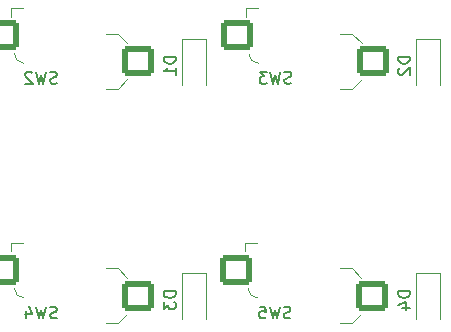
<source format=gbo>
G04 #@! TF.GenerationSoftware,KiCad,Pcbnew,(6.0.5)*
G04 #@! TF.CreationDate,2022-09-29T17:00:32+08:00*
G04 #@! TF.ProjectId,4k-keypad-arduino-nano,346b2d6b-6579-4706-9164-2d6172647569,rev?*
G04 #@! TF.SameCoordinates,Original*
G04 #@! TF.FileFunction,Legend,Bot*
G04 #@! TF.FilePolarity,Positive*
%FSLAX46Y46*%
G04 Gerber Fmt 4.6, Leading zero omitted, Abs format (unit mm)*
G04 Created by KiCad (PCBNEW (6.0.5)) date 2022-09-29 17:00:32*
%MOMM*%
%LPD*%
G01*
G04 APERTURE LIST*
G04 Aperture macros list*
%AMRoundRect*
0 Rectangle with rounded corners*
0 $1 Rounding radius*
0 $2 $3 $4 $5 $6 $7 $8 $9 X,Y pos of 4 corners*
0 Add a 4 corners polygon primitive as box body*
4,1,4,$2,$3,$4,$5,$6,$7,$8,$9,$2,$3,0*
0 Add four circle primitives for the rounded corners*
1,1,$1+$1,$2,$3*
1,1,$1+$1,$4,$5*
1,1,$1+$1,$6,$7*
1,1,$1+$1,$8,$9*
0 Add four rect primitives between the rounded corners*
20,1,$1+$1,$2,$3,$4,$5,0*
20,1,$1+$1,$4,$5,$6,$7,0*
20,1,$1+$1,$6,$7,$8,$9,0*
20,1,$1+$1,$8,$9,$2,$3,0*%
G04 Aperture macros list end*
%ADD10C,0.150000*%
%ADD11C,0.120000*%
%ADD12R,1.600000X1.600000*%
%ADD13O,1.600000X1.600000*%
%ADD14C,1.200000*%
%ADD15C,1.700000*%
%ADD16C,3.400000*%
%ADD17RoundRect,0.260000X1.065000X1.040000X-1.065000X1.040000X-1.065000X-1.040000X1.065000X-1.040000X0*%
%ADD18C,3.300000*%
%ADD19R,1.200000X0.900000*%
G04 APERTURE END LIST*
D10*
X125714583Y-106229761D02*
X125571726Y-106277380D01*
X125333630Y-106277380D01*
X125238392Y-106229761D01*
X125190773Y-106182142D01*
X125143154Y-106086904D01*
X125143154Y-105991666D01*
X125190773Y-105896428D01*
X125238392Y-105848809D01*
X125333630Y-105801190D01*
X125524107Y-105753571D01*
X125619345Y-105705952D01*
X125666964Y-105658333D01*
X125714583Y-105563095D01*
X125714583Y-105467857D01*
X125666964Y-105372619D01*
X125619345Y-105325000D01*
X125524107Y-105277380D01*
X125286011Y-105277380D01*
X125143154Y-105325000D01*
X124809821Y-105277380D02*
X124571726Y-106277380D01*
X124381250Y-105563095D01*
X124190773Y-106277380D01*
X123952678Y-105277380D01*
X123143154Y-105610714D02*
X123143154Y-106277380D01*
X123381250Y-105229761D02*
X123619345Y-105944047D01*
X123000297Y-105944047D01*
X145502083Y-106229761D02*
X145359226Y-106277380D01*
X145121130Y-106277380D01*
X145025892Y-106229761D01*
X144978273Y-106182142D01*
X144930654Y-106086904D01*
X144930654Y-105991666D01*
X144978273Y-105896428D01*
X145025892Y-105848809D01*
X145121130Y-105801190D01*
X145311607Y-105753571D01*
X145406845Y-105705952D01*
X145454464Y-105658333D01*
X145502083Y-105563095D01*
X145502083Y-105467857D01*
X145454464Y-105372619D01*
X145406845Y-105325000D01*
X145311607Y-105277380D01*
X145073511Y-105277380D01*
X144930654Y-105325000D01*
X144597321Y-105277380D02*
X144359226Y-106277380D01*
X144168750Y-105563095D01*
X143978273Y-106277380D01*
X143740178Y-105277380D01*
X142883035Y-105277380D02*
X143359226Y-105277380D01*
X143406845Y-105753571D01*
X143359226Y-105705952D01*
X143263988Y-105658333D01*
X143025892Y-105658333D01*
X142930654Y-105705952D01*
X142883035Y-105753571D01*
X142835416Y-105848809D01*
X142835416Y-106086904D01*
X142883035Y-106182142D01*
X142930654Y-106229761D01*
X143025892Y-106277380D01*
X143263988Y-106277380D01*
X143359226Y-106229761D01*
X143406845Y-106182142D01*
X145558333Y-86354761D02*
X145415476Y-86402380D01*
X145177380Y-86402380D01*
X145082142Y-86354761D01*
X145034523Y-86307142D01*
X144986904Y-86211904D01*
X144986904Y-86116666D01*
X145034523Y-86021428D01*
X145082142Y-85973809D01*
X145177380Y-85926190D01*
X145367857Y-85878571D01*
X145463095Y-85830952D01*
X145510714Y-85783333D01*
X145558333Y-85688095D01*
X145558333Y-85592857D01*
X145510714Y-85497619D01*
X145463095Y-85450000D01*
X145367857Y-85402380D01*
X145129761Y-85402380D01*
X144986904Y-85450000D01*
X144653571Y-85402380D02*
X144415476Y-86402380D01*
X144225000Y-85688095D01*
X144034523Y-86402380D01*
X143796428Y-85402380D01*
X143510714Y-85402380D02*
X142891666Y-85402380D01*
X143225000Y-85783333D01*
X143082142Y-85783333D01*
X142986904Y-85830952D01*
X142939285Y-85878571D01*
X142891666Y-85973809D01*
X142891666Y-86211904D01*
X142939285Y-86307142D01*
X142986904Y-86354761D01*
X143082142Y-86402380D01*
X143367857Y-86402380D01*
X143463095Y-86354761D01*
X143510714Y-86307142D01*
X125714583Y-86354761D02*
X125571726Y-86402380D01*
X125333630Y-86402380D01*
X125238392Y-86354761D01*
X125190773Y-86307142D01*
X125143154Y-86211904D01*
X125143154Y-86116666D01*
X125190773Y-86021428D01*
X125238392Y-85973809D01*
X125333630Y-85926190D01*
X125524107Y-85878571D01*
X125619345Y-85830952D01*
X125666964Y-85783333D01*
X125714583Y-85688095D01*
X125714583Y-85592857D01*
X125666964Y-85497619D01*
X125619345Y-85450000D01*
X125524107Y-85402380D01*
X125286011Y-85402380D01*
X125143154Y-85450000D01*
X124809821Y-85402380D02*
X124571726Y-86402380D01*
X124381250Y-85688095D01*
X124190773Y-86402380D01*
X123952678Y-85402380D01*
X123619345Y-85497619D02*
X123571726Y-85450000D01*
X123476488Y-85402380D01*
X123238392Y-85402380D01*
X123143154Y-85450000D01*
X123095535Y-85497619D01*
X123047916Y-85592857D01*
X123047916Y-85688095D01*
X123095535Y-85830952D01*
X123666964Y-86402380D01*
X123047916Y-86402380D01*
X155614880Y-103974404D02*
X154614880Y-103974404D01*
X154614880Y-104212500D01*
X154662500Y-104355357D01*
X154757738Y-104450595D01*
X154852976Y-104498214D01*
X155043452Y-104545833D01*
X155186309Y-104545833D01*
X155376785Y-104498214D01*
X155472023Y-104450595D01*
X155567261Y-104355357D01*
X155614880Y-104212500D01*
X155614880Y-103974404D01*
X154948214Y-105402976D02*
X155614880Y-105402976D01*
X154567261Y-105164880D02*
X155281547Y-104926785D01*
X155281547Y-105545833D01*
X135771130Y-103974404D02*
X134771130Y-103974404D01*
X134771130Y-104212500D01*
X134818750Y-104355357D01*
X134913988Y-104450595D01*
X135009226Y-104498214D01*
X135199702Y-104545833D01*
X135342559Y-104545833D01*
X135533035Y-104498214D01*
X135628273Y-104450595D01*
X135723511Y-104355357D01*
X135771130Y-104212500D01*
X135771130Y-103974404D01*
X134771130Y-104879166D02*
X134771130Y-105498214D01*
X135152083Y-105164880D01*
X135152083Y-105307738D01*
X135199702Y-105402976D01*
X135247321Y-105450595D01*
X135342559Y-105498214D01*
X135580654Y-105498214D01*
X135675892Y-105450595D01*
X135723511Y-105402976D01*
X135771130Y-105307738D01*
X135771130Y-105022023D01*
X135723511Y-104926785D01*
X135675892Y-104879166D01*
X155614880Y-84130654D02*
X154614880Y-84130654D01*
X154614880Y-84368750D01*
X154662500Y-84511607D01*
X154757738Y-84606845D01*
X154852976Y-84654464D01*
X155043452Y-84702083D01*
X155186309Y-84702083D01*
X155376785Y-84654464D01*
X155472023Y-84606845D01*
X155567261Y-84511607D01*
X155614880Y-84368750D01*
X155614880Y-84130654D01*
X154710119Y-85083035D02*
X154662500Y-85130654D01*
X154614880Y-85225892D01*
X154614880Y-85463988D01*
X154662500Y-85559226D01*
X154710119Y-85606845D01*
X154805357Y-85654464D01*
X154900595Y-85654464D01*
X155043452Y-85606845D01*
X155614880Y-85035416D01*
X155614880Y-85654464D01*
X135771130Y-84130654D02*
X134771130Y-84130654D01*
X134771130Y-84368750D01*
X134818750Y-84511607D01*
X134913988Y-84606845D01*
X135009226Y-84654464D01*
X135199702Y-84702083D01*
X135342559Y-84702083D01*
X135533035Y-84654464D01*
X135628273Y-84606845D01*
X135723511Y-84511607D01*
X135771130Y-84368750D01*
X135771130Y-84130654D01*
X135771130Y-85654464D02*
X135771130Y-85083035D01*
X135771130Y-85368750D02*
X134771130Y-85368750D01*
X134913988Y-85273511D01*
X135009226Y-85178273D01*
X135056845Y-85083035D01*
D11*
X131681250Y-105900000D02*
X130881250Y-106700000D01*
X121877250Y-99900000D02*
X122877250Y-99900000D01*
X121877250Y-99900000D02*
X121877250Y-100600000D01*
X130881250Y-102050000D02*
X129881250Y-102050000D01*
X130881250Y-102050000D02*
X131681250Y-102850000D01*
X130881250Y-106700000D02*
X129881250Y-106700000D01*
X122131250Y-103750000D02*
G75*
G03*
X122931250Y-104550000I800000J0D01*
G01*
X141918750Y-103750000D02*
G75*
G03*
X142718750Y-104550000I800000J0D01*
G01*
X150668750Y-106700000D02*
X149668750Y-106700000D01*
X150668750Y-102050000D02*
X151468750Y-102850000D01*
X150668750Y-102050000D02*
X149668750Y-102050000D01*
X141664750Y-99900000D02*
X141664750Y-100600000D01*
X141664750Y-99900000D02*
X142664750Y-99900000D01*
X151468750Y-105900000D02*
X150668750Y-106700000D01*
X151525000Y-86025000D02*
X150725000Y-86825000D01*
X141721000Y-80025000D02*
X142721000Y-80025000D01*
X141721000Y-80025000D02*
X141721000Y-80725000D01*
X150725000Y-82175000D02*
X149725000Y-82175000D01*
X150725000Y-82175000D02*
X151525000Y-82975000D01*
X150725000Y-86825000D02*
X149725000Y-86825000D01*
X141975000Y-83875000D02*
G75*
G03*
X142775000Y-84675000I800000J0D01*
G01*
X131681250Y-86025000D02*
X130881250Y-86825000D01*
X121877250Y-80025000D02*
X122877250Y-80025000D01*
X121877250Y-80025000D02*
X121877250Y-80725000D01*
X130881250Y-82175000D02*
X129881250Y-82175000D01*
X130881250Y-82175000D02*
X131681250Y-82975000D01*
X130881250Y-86825000D02*
X129881250Y-86825000D01*
X122131250Y-83875000D02*
G75*
G03*
X122931250Y-84675000I800000J0D01*
G01*
X156162500Y-102462500D02*
X156162500Y-106362500D01*
X156162500Y-102462500D02*
X158162500Y-102462500D01*
X158162500Y-102462500D02*
X158162500Y-106362500D01*
X136318750Y-102462500D02*
X136318750Y-106362500D01*
X136318750Y-102462500D02*
X138318750Y-102462500D01*
X138318750Y-102462500D02*
X138318750Y-106362500D01*
X156162500Y-82618750D02*
X156162500Y-86518750D01*
X156162500Y-82618750D02*
X158162500Y-82618750D01*
X158162500Y-82618750D02*
X158162500Y-86518750D01*
X136318750Y-82618750D02*
X136318750Y-86518750D01*
X136318750Y-82618750D02*
X138318750Y-82618750D01*
X138318750Y-82618750D02*
X138318750Y-86518750D01*
%LPC*%
D12*
X101133750Y-75569949D03*
D13*
X101133750Y-78109949D03*
X101133750Y-80649949D03*
X101133750Y-83189949D03*
X101133750Y-85729949D03*
X101133750Y-88269949D03*
X101133750Y-90809949D03*
X101133750Y-93349949D03*
X101133750Y-95889949D03*
X101133750Y-98429949D03*
X101133750Y-100969949D03*
X101133750Y-103509949D03*
X101133750Y-106049949D03*
X101133750Y-108589949D03*
X101133750Y-111129949D03*
X116373750Y-111129949D03*
X116373750Y-108589949D03*
X116373750Y-106049949D03*
X116373750Y-103509949D03*
X116373750Y-100969949D03*
X116373750Y-98429949D03*
X116373750Y-95889949D03*
X116373750Y-93349949D03*
X116373750Y-90809949D03*
X116373750Y-88269949D03*
X116373750Y-85729949D03*
X116373750Y-83189949D03*
X116373750Y-80649949D03*
X116373750Y-78109949D03*
X116373750Y-75569949D03*
D14*
X134601250Y-94225000D03*
D15*
X123881250Y-98425000D03*
X134881250Y-98425000D03*
D16*
X129381250Y-98425000D03*
D17*
X121136250Y-102175000D03*
D18*
X124381250Y-102175000D03*
D17*
X132626250Y-104375000D03*
D18*
X129381250Y-104375000D03*
X149168750Y-104375000D03*
D17*
X152413750Y-104375000D03*
D18*
X144168750Y-102175000D03*
D17*
X140923750Y-102175000D03*
D16*
X149168750Y-98425000D03*
D15*
X154668750Y-98425000D03*
X143668750Y-98425000D03*
D14*
X154388750Y-94225000D03*
X154445000Y-74350000D03*
D15*
X143725000Y-78550000D03*
X154725000Y-78550000D03*
D16*
X149225000Y-78550000D03*
D17*
X140980000Y-82300000D03*
D18*
X144225000Y-82300000D03*
D17*
X152470000Y-84500000D03*
D18*
X149225000Y-84500000D03*
D14*
X134601250Y-74350000D03*
D15*
X123881250Y-78550000D03*
X134881250Y-78550000D03*
D16*
X129381250Y-78550000D03*
D17*
X121136250Y-82300000D03*
D18*
X124381250Y-82300000D03*
D17*
X132626250Y-84500000D03*
D18*
X129381250Y-84500000D03*
D19*
X157162500Y-103062500D03*
X157162500Y-106362500D03*
X137318750Y-103062500D03*
X137318750Y-106362500D03*
X157162500Y-83218750D03*
X157162500Y-86518750D03*
X137318750Y-83218750D03*
X137318750Y-86518750D03*
M02*

</source>
